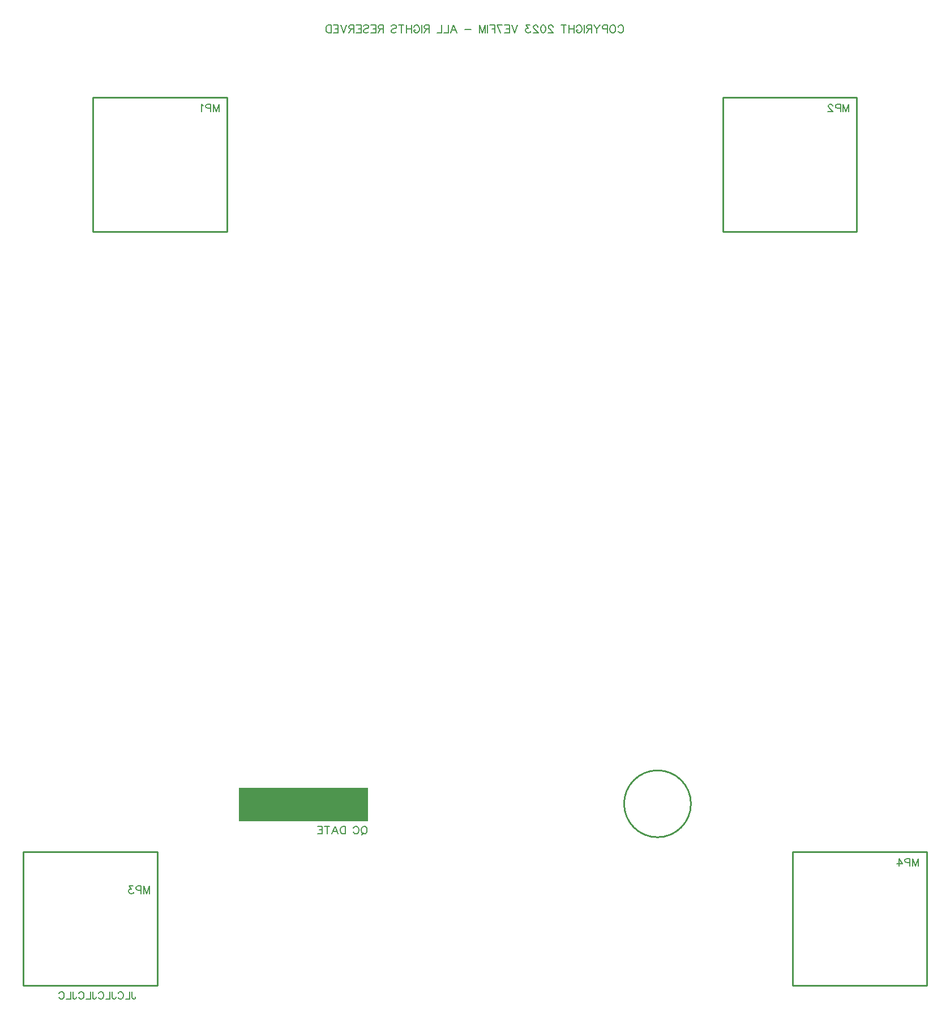
<source format=gbo>
G04 Layer: BottomSilkscreenLayer*
G04 EasyEDA v6.5.29, 2023-07-24 16:36:01*
G04 a67172d6d4c449c092c22cdc1d0531fc,5a6b42c53f6a479593ecc07194224c93,10*
G04 Gerber Generator version 0.2*
G04 Scale: 100 percent, Rotated: No, Reflected: No *
G04 Dimensions in millimeters *
G04 leading zeros omitted , absolute positions ,4 integer and 5 decimal *
%FSLAX45Y45*%
%MOMM*%

%ADD10C,0.1524*%
%ADD11C,0.2032*%
%ADD12C,0.1520*%
%ADD13C,0.2030*%
%ADD14C,0.2540*%
%ADD15C,0.0110*%

%LPD*%
D10*
X2532659Y-1491813D02*
G01*
X2543568Y-1497266D01*
X2554477Y-1508175D01*
X2559933Y-1519085D01*
X2565387Y-1535447D01*
X2565387Y-1562719D01*
X2559933Y-1579084D01*
X2554477Y-1589994D01*
X2543568Y-1600903D01*
X2532659Y-1606356D01*
X2510840Y-1606356D01*
X2499934Y-1600903D01*
X2489024Y-1589994D01*
X2483568Y-1579084D01*
X2478115Y-1562719D01*
X2478115Y-1535447D01*
X2483568Y-1519085D01*
X2489024Y-1508175D01*
X2499934Y-1497266D01*
X2510840Y-1491813D01*
X2532659Y-1491813D01*
X2516296Y-1584538D02*
G01*
X2483568Y-1617266D01*
X2360297Y-1519085D02*
G01*
X2365750Y-1508175D01*
X2376660Y-1497266D01*
X2387569Y-1491813D01*
X2409388Y-1491813D01*
X2420297Y-1497266D01*
X2431206Y-1508175D01*
X2436660Y-1519085D01*
X2442116Y-1535447D01*
X2442116Y-1562719D01*
X2436660Y-1579084D01*
X2431206Y-1589994D01*
X2420297Y-1600903D01*
X2409388Y-1606356D01*
X2387569Y-1606356D01*
X2376660Y-1600903D01*
X2365750Y-1589994D01*
X2360297Y-1579084D01*
X2240297Y-1491813D02*
G01*
X2240297Y-1606356D01*
X2240297Y-1491813D02*
G01*
X2202116Y-1491813D01*
X2185751Y-1497266D01*
X2174841Y-1508175D01*
X2169388Y-1519085D01*
X2163932Y-1535447D01*
X2163932Y-1562719D01*
X2169388Y-1579084D01*
X2174841Y-1589994D01*
X2185751Y-1600903D01*
X2202116Y-1606356D01*
X2240297Y-1606356D01*
X2084298Y-1491813D02*
G01*
X2127933Y-1606356D01*
X2084298Y-1491813D02*
G01*
X2040661Y-1606356D01*
X2111570Y-1568175D02*
G01*
X2057024Y-1568175D01*
X1966478Y-1491813D02*
G01*
X1966478Y-1606356D01*
X2004661Y-1491813D02*
G01*
X1928296Y-1491813D01*
X1892297Y-1491813D02*
G01*
X1892297Y-1606356D01*
X1892297Y-1491813D02*
G01*
X1821388Y-1491813D01*
X1892297Y-1546357D02*
G01*
X1848660Y-1546357D01*
X1892297Y-1606356D02*
G01*
X1821388Y-1606356D01*
D11*
X-688771Y-2385915D02*
G01*
X-688771Y-2500459D01*
X-688771Y-2385915D02*
G01*
X-732409Y-2500459D01*
X-776043Y-2385915D02*
G01*
X-732409Y-2500459D01*
X-776043Y-2385915D02*
G01*
X-776043Y-2500459D01*
X-812043Y-2385915D02*
G01*
X-812043Y-2500459D01*
X-812043Y-2385915D02*
G01*
X-861136Y-2385915D01*
X-877498Y-2391369D01*
X-882952Y-2396822D01*
X-888408Y-2407732D01*
X-888408Y-2424097D01*
X-882952Y-2435006D01*
X-877498Y-2440459D01*
X-861136Y-2445915D01*
X-812043Y-2445915D01*
X-935316Y-2385915D02*
G01*
X-995316Y-2385915D01*
X-962588Y-2429550D01*
X-978954Y-2429550D01*
X-989860Y-2435006D01*
X-995316Y-2440459D01*
X-1000770Y-2456822D01*
X-1000770Y-2467731D01*
X-995316Y-2484097D01*
X-984407Y-2495006D01*
X-968044Y-2500459D01*
X-951679Y-2500459D01*
X-935316Y-2495006D01*
X-929860Y-2489550D01*
X-924407Y-2478641D01*
X10807687Y-1974413D02*
G01*
X10807687Y-2088956D01*
X10807687Y-1974413D02*
G01*
X10764050Y-2088956D01*
X10720415Y-1974413D02*
G01*
X10764050Y-2088956D01*
X10720415Y-1974413D02*
G01*
X10720415Y-2088956D01*
X10684416Y-1974413D02*
G01*
X10684416Y-2088956D01*
X10684416Y-1974413D02*
G01*
X10635322Y-1974413D01*
X10618960Y-1979866D01*
X10613506Y-1985319D01*
X10608050Y-1996229D01*
X10608050Y-2012594D01*
X10613506Y-2023503D01*
X10618960Y-2028957D01*
X10635322Y-2034413D01*
X10684416Y-2034413D01*
X10517504Y-1974413D02*
G01*
X10572051Y-2050775D01*
X10490233Y-2050775D01*
X10517504Y-1974413D02*
G01*
X10517504Y-2088956D01*
X352386Y9302785D02*
G01*
X352386Y9188241D01*
X352386Y9302785D02*
G01*
X308749Y9188241D01*
X265115Y9302785D02*
G01*
X308749Y9188241D01*
X265115Y9302785D02*
G01*
X265115Y9188241D01*
X229115Y9302785D02*
G01*
X229115Y9188241D01*
X229115Y9302785D02*
G01*
X180022Y9302785D01*
X163659Y9297332D01*
X158206Y9291878D01*
X152750Y9280969D01*
X152750Y9264604D01*
X158206Y9253694D01*
X163659Y9248241D01*
X180022Y9242785D01*
X229115Y9242785D01*
X116751Y9280969D02*
G01*
X105841Y9286422D01*
X89479Y9302785D01*
X89479Y9188241D01*
X9769487Y9302785D02*
G01*
X9769487Y9188241D01*
X9769487Y9302785D02*
G01*
X9725850Y9188241D01*
X9682215Y9302785D02*
G01*
X9725850Y9188241D01*
X9682215Y9302785D02*
G01*
X9682215Y9188241D01*
X9646216Y9302785D02*
G01*
X9646216Y9188241D01*
X9646216Y9302785D02*
G01*
X9597123Y9302785D01*
X9580760Y9297332D01*
X9575307Y9291878D01*
X9569851Y9280969D01*
X9569851Y9264604D01*
X9575307Y9253694D01*
X9580760Y9248241D01*
X9597123Y9242785D01*
X9646216Y9242785D01*
X9528398Y9275513D02*
G01*
X9528398Y9280969D01*
X9522942Y9291878D01*
X9517489Y9297332D01*
X9506579Y9302785D01*
X9484761Y9302785D01*
X9473852Y9297332D01*
X9468398Y9291878D01*
X9462942Y9280969D01*
X9462942Y9270060D01*
X9468398Y9259150D01*
X9479305Y9242785D01*
X9533851Y9188241D01*
X9457489Y9188241D01*
D12*
X-948771Y-3966466D02*
G01*
X-948771Y-4049593D01*
X-943574Y-4065181D01*
X-938380Y-4070375D01*
X-927988Y-4075569D01*
X-917597Y-4075569D01*
X-907206Y-4070375D01*
X-902009Y-4065181D01*
X-896815Y-4049593D01*
X-896815Y-4039201D01*
X-983061Y-3966466D02*
G01*
X-983061Y-4075569D01*
X-983061Y-4075569D02*
G01*
X-1045405Y-4075569D01*
X-1157627Y-3992443D02*
G01*
X-1152431Y-3982051D01*
X-1142039Y-3971660D01*
X-1131651Y-3966466D01*
X-1110868Y-3966466D01*
X-1100477Y-3971660D01*
X-1090086Y-3982051D01*
X-1084889Y-3992443D01*
X-1079695Y-4008031D01*
X-1079695Y-4034007D01*
X-1084889Y-4049593D01*
X-1090086Y-4059984D01*
X-1100477Y-4070375D01*
X-1110868Y-4075569D01*
X-1131651Y-4075569D01*
X-1142039Y-4070375D01*
X-1152431Y-4059984D01*
X-1157627Y-4049593D01*
X-1243871Y-3966466D02*
G01*
X-1243871Y-4049593D01*
X-1238676Y-4065181D01*
X-1233479Y-4070375D01*
X-1223091Y-4075569D01*
X-1212700Y-4075569D01*
X-1202309Y-4070375D01*
X-1197112Y-4065181D01*
X-1191917Y-4049593D01*
X-1191917Y-4039201D01*
X-1278161Y-3966466D02*
G01*
X-1278161Y-4075569D01*
X-1278161Y-4075569D02*
G01*
X-1340507Y-4075569D01*
X-1452730Y-3992443D02*
G01*
X-1447533Y-3982051D01*
X-1437142Y-3971660D01*
X-1426751Y-3966466D01*
X-1405971Y-3966466D01*
X-1395580Y-3971660D01*
X-1385188Y-3982051D01*
X-1379992Y-3992443D01*
X-1374797Y-4008031D01*
X-1374797Y-4034007D01*
X-1379992Y-4049593D01*
X-1385188Y-4059984D01*
X-1395580Y-4070375D01*
X-1405971Y-4075569D01*
X-1426751Y-4075569D01*
X-1437142Y-4070375D01*
X-1447533Y-4059984D01*
X-1452730Y-4049593D01*
X-1538973Y-3966466D02*
G01*
X-1538973Y-4049593D01*
X-1533779Y-4065181D01*
X-1528582Y-4070375D01*
X-1518191Y-4075569D01*
X-1507799Y-4075569D01*
X-1497411Y-4070375D01*
X-1492214Y-4065181D01*
X-1487020Y-4049593D01*
X-1487020Y-4039201D01*
X-1573263Y-3966466D02*
G01*
X-1573263Y-4075569D01*
X-1573263Y-4075569D02*
G01*
X-1635610Y-4075569D01*
X-1747829Y-3992443D02*
G01*
X-1742635Y-3982051D01*
X-1732244Y-3971660D01*
X-1721853Y-3966466D01*
X-1701071Y-3966466D01*
X-1690679Y-3971660D01*
X-1680291Y-3982051D01*
X-1675094Y-3992443D01*
X-1669900Y-4008031D01*
X-1669900Y-4034007D01*
X-1675094Y-4049593D01*
X-1680291Y-4059984D01*
X-1690679Y-4070375D01*
X-1701071Y-4075569D01*
X-1721853Y-4075569D01*
X-1732244Y-4070375D01*
X-1742635Y-4059984D01*
X-1747829Y-4049593D01*
X-1834075Y-3966466D02*
G01*
X-1834075Y-4049593D01*
X-1828881Y-4065181D01*
X-1823684Y-4070375D01*
X-1813293Y-4075569D01*
X-1802902Y-4075569D01*
X-1792511Y-4070375D01*
X-1787316Y-4065181D01*
X-1782119Y-4049593D01*
X-1782119Y-4039201D01*
X-1868365Y-3966466D02*
G01*
X-1868365Y-4075569D01*
X-1868365Y-4075569D02*
G01*
X-1930709Y-4075569D01*
X-2042932Y-3992443D02*
G01*
X-2037737Y-3982051D01*
X-2027346Y-3971660D01*
X-2016955Y-3966466D01*
X-1996173Y-3966466D01*
X-1985782Y-3971660D01*
X-1975391Y-3982051D01*
X-1970196Y-3992443D01*
X-1964999Y-4008031D01*
X-1964999Y-4034007D01*
X-1970196Y-4049593D01*
X-1975391Y-4059984D01*
X-1985782Y-4070375D01*
X-1996173Y-4075569D01*
X-2016955Y-4075569D01*
X-2027346Y-4070375D01*
X-2037737Y-4059984D01*
X-2042932Y-4049593D01*
D13*
X6318999Y10456923D02*
G01*
X6324333Y10467845D01*
X6335255Y10478767D01*
X6346177Y10484355D01*
X6368021Y10484355D01*
X6378943Y10478767D01*
X6389865Y10467845D01*
X6395453Y10456923D01*
X6400787Y10440667D01*
X6400787Y10413489D01*
X6395453Y10396979D01*
X6389865Y10386057D01*
X6378943Y10375135D01*
X6368021Y10369801D01*
X6346177Y10369801D01*
X6335255Y10375135D01*
X6324333Y10386057D01*
X6318999Y10396979D01*
X6250165Y10484355D02*
G01*
X6261087Y10478767D01*
X6272009Y10467845D01*
X6277597Y10456923D01*
X6282931Y10440667D01*
X6282931Y10413489D01*
X6277597Y10396979D01*
X6272009Y10386057D01*
X6261087Y10375135D01*
X6250165Y10369801D01*
X6228321Y10369801D01*
X6217399Y10375135D01*
X6206731Y10386057D01*
X6201143Y10396979D01*
X6195809Y10413489D01*
X6195809Y10440667D01*
X6201143Y10456923D01*
X6206731Y10467845D01*
X6217399Y10478767D01*
X6228321Y10484355D01*
X6250165Y10484355D01*
X6159741Y10484355D02*
G01*
X6159741Y10369801D01*
X6159741Y10484355D02*
G01*
X6110719Y10484355D01*
X6094209Y10478767D01*
X6088875Y10473433D01*
X6083287Y10462511D01*
X6083287Y10446001D01*
X6088875Y10435079D01*
X6094209Y10429745D01*
X6110719Y10424411D01*
X6159741Y10424411D01*
X6047219Y10484355D02*
G01*
X6003785Y10429745D01*
X6003785Y10369801D01*
X5960097Y10484355D02*
G01*
X6003785Y10429745D01*
X5924029Y10484355D02*
G01*
X5924029Y10369801D01*
X5924029Y10484355D02*
G01*
X5875007Y10484355D01*
X5858497Y10478767D01*
X5853163Y10473433D01*
X5847575Y10462511D01*
X5847575Y10451589D01*
X5853163Y10440667D01*
X5858497Y10435079D01*
X5875007Y10429745D01*
X5924029Y10429745D01*
X5885929Y10429745D02*
G01*
X5847575Y10369801D01*
X5811761Y10484355D02*
G01*
X5811761Y10369801D01*
X5693905Y10456923D02*
G01*
X5699239Y10467845D01*
X5710161Y10478767D01*
X5721083Y10484355D01*
X5742927Y10484355D01*
X5753849Y10478767D01*
X5764771Y10467845D01*
X5770359Y10456923D01*
X5775693Y10440667D01*
X5775693Y10413489D01*
X5770359Y10396979D01*
X5764771Y10386057D01*
X5753849Y10375135D01*
X5742927Y10369801D01*
X5721083Y10369801D01*
X5710161Y10375135D01*
X5699239Y10386057D01*
X5693905Y10396979D01*
X5693905Y10413489D01*
X5721083Y10413489D02*
G01*
X5693905Y10413489D01*
X5657837Y10484355D02*
G01*
X5657837Y10369801D01*
X5581637Y10484355D02*
G01*
X5581637Y10369801D01*
X5657837Y10429745D02*
G01*
X5581637Y10429745D01*
X5507215Y10484355D02*
G01*
X5507215Y10369801D01*
X5545569Y10484355D02*
G01*
X5469115Y10484355D01*
X5343639Y10456923D02*
G01*
X5343639Y10462511D01*
X5338305Y10473433D01*
X5332717Y10478767D01*
X5321795Y10484355D01*
X5299951Y10484355D01*
X5289029Y10478767D01*
X5283695Y10473433D01*
X5278361Y10462511D01*
X5278361Y10451589D01*
X5283695Y10440667D01*
X5294617Y10424411D01*
X5349227Y10369801D01*
X5272773Y10369801D01*
X5203939Y10484355D02*
G01*
X5220449Y10478767D01*
X5231371Y10462511D01*
X5236705Y10435079D01*
X5236705Y10418823D01*
X5231371Y10391645D01*
X5220449Y10375135D01*
X5203939Y10369801D01*
X5193271Y10369801D01*
X5176761Y10375135D01*
X5165839Y10391645D01*
X5160505Y10418823D01*
X5160505Y10435079D01*
X5165839Y10462511D01*
X5176761Y10478767D01*
X5193271Y10484355D01*
X5203939Y10484355D01*
X5118849Y10456923D02*
G01*
X5118849Y10462511D01*
X5113515Y10473433D01*
X5108181Y10478767D01*
X5097259Y10484355D01*
X5075415Y10484355D01*
X5064493Y10478767D01*
X5058905Y10473433D01*
X5053571Y10462511D01*
X5053571Y10451589D01*
X5058905Y10440667D01*
X5069827Y10424411D01*
X5124437Y10369801D01*
X5047983Y10369801D01*
X5001247Y10484355D02*
G01*
X4941049Y10484355D01*
X4973815Y10440667D01*
X4957559Y10440667D01*
X4946637Y10435079D01*
X4941049Y10429745D01*
X4935715Y10413489D01*
X4935715Y10402567D01*
X4941049Y10386057D01*
X4951971Y10375135D01*
X4968481Y10369801D01*
X4984737Y10369801D01*
X5001247Y10375135D01*
X5006581Y10380723D01*
X5012169Y10391645D01*
X4815573Y10484355D02*
G01*
X4772139Y10369801D01*
X4728451Y10484355D02*
G01*
X4772139Y10369801D01*
X4692383Y10484355D02*
G01*
X4692383Y10369801D01*
X4692383Y10484355D02*
G01*
X4621517Y10484355D01*
X4692383Y10429745D02*
G01*
X4648695Y10429745D01*
X4692383Y10369801D02*
G01*
X4621517Y10369801D01*
X4509249Y10484355D02*
G01*
X4563605Y10369801D01*
X4585449Y10484355D02*
G01*
X4509249Y10484355D01*
X4473181Y10484355D02*
G01*
X4473181Y10369801D01*
X4473181Y10484355D02*
G01*
X4402315Y10484355D01*
X4473181Y10429745D02*
G01*
X4429493Y10429745D01*
X4366247Y10484355D02*
G01*
X4366247Y10369801D01*
X4330179Y10484355D02*
G01*
X4330179Y10369801D01*
X4330179Y10484355D02*
G01*
X4286491Y10369801D01*
X4243057Y10484355D02*
G01*
X4286491Y10369801D01*
X4243057Y10484355D02*
G01*
X4243057Y10369801D01*
X4122915Y10418823D02*
G01*
X4024871Y10418823D01*
X3861041Y10484355D02*
G01*
X3904729Y10369801D01*
X3861041Y10484355D02*
G01*
X3817607Y10369801D01*
X3888473Y10407901D02*
G01*
X3833863Y10407901D01*
X3781539Y10484355D02*
G01*
X3781539Y10369801D01*
X3781539Y10369801D02*
G01*
X3716007Y10369801D01*
X3679939Y10484355D02*
G01*
X3679939Y10369801D01*
X3679939Y10369801D02*
G01*
X3614661Y10369801D01*
X3494519Y10484355D02*
G01*
X3494519Y10369801D01*
X3494519Y10484355D02*
G01*
X3445497Y10484355D01*
X3429241Y10478767D01*
X3423653Y10473433D01*
X3418319Y10462511D01*
X3418319Y10451589D01*
X3423653Y10440667D01*
X3429241Y10435079D01*
X3445497Y10429745D01*
X3494519Y10429745D01*
X3456419Y10429745D02*
G01*
X3418319Y10369801D01*
X3382251Y10484355D02*
G01*
X3382251Y10369801D01*
X3264395Y10456923D02*
G01*
X3269983Y10467845D01*
X3280905Y10478767D01*
X3291827Y10484355D01*
X3313417Y10484355D01*
X3324339Y10478767D01*
X3335261Y10467845D01*
X3340849Y10456923D01*
X3346183Y10440667D01*
X3346183Y10413489D01*
X3340849Y10396979D01*
X3335261Y10386057D01*
X3324339Y10375135D01*
X3313417Y10369801D01*
X3291827Y10369801D01*
X3280905Y10375135D01*
X3269983Y10386057D01*
X3264395Y10396979D01*
X3264395Y10413489D01*
X3291827Y10413489D02*
G01*
X3264395Y10413489D01*
X3228327Y10484355D02*
G01*
X3228327Y10369801D01*
X3152127Y10484355D02*
G01*
X3152127Y10369801D01*
X3228327Y10429745D02*
G01*
X3152127Y10429745D01*
X3077959Y10484355D02*
G01*
X3077959Y10369801D01*
X3116059Y10484355D02*
G01*
X3039605Y10484355D01*
X2927337Y10467845D02*
G01*
X2938259Y10478767D01*
X2954515Y10484355D01*
X2976359Y10484355D01*
X2992869Y10478767D01*
X3003791Y10467845D01*
X3003791Y10456923D01*
X2998203Y10446001D01*
X2992869Y10440667D01*
X2981947Y10435079D01*
X2949181Y10424411D01*
X2938259Y10418823D01*
X2932671Y10413489D01*
X2927337Y10402567D01*
X2927337Y10386057D01*
X2938259Y10375135D01*
X2954515Y10369801D01*
X2976359Y10369801D01*
X2992869Y10375135D01*
X3003791Y10386057D01*
X2807449Y10484355D02*
G01*
X2807449Y10369801D01*
X2807449Y10484355D02*
G01*
X2758173Y10484355D01*
X2741917Y10478767D01*
X2736329Y10473433D01*
X2730995Y10462511D01*
X2730995Y10451589D01*
X2736329Y10440667D01*
X2741917Y10435079D01*
X2758173Y10429745D01*
X2807449Y10429745D01*
X2769095Y10429745D02*
G01*
X2730995Y10369801D01*
X2694927Y10484355D02*
G01*
X2694927Y10369801D01*
X2694927Y10484355D02*
G01*
X2624061Y10484355D01*
X2694927Y10429745D02*
G01*
X2651239Y10429745D01*
X2694927Y10369801D02*
G01*
X2624061Y10369801D01*
X2511793Y10467845D02*
G01*
X2522715Y10478767D01*
X2538971Y10484355D01*
X2560815Y10484355D01*
X2577071Y10478767D01*
X2587993Y10467845D01*
X2587993Y10456923D01*
X2582659Y10446001D01*
X2577071Y10440667D01*
X2566149Y10435079D01*
X2533637Y10424411D01*
X2522715Y10418823D01*
X2517127Y10413489D01*
X2511793Y10402567D01*
X2511793Y10386057D01*
X2522715Y10375135D01*
X2538971Y10369801D01*
X2560815Y10369801D01*
X2577071Y10375135D01*
X2587993Y10386057D01*
X2475725Y10484355D02*
G01*
X2475725Y10369801D01*
X2475725Y10484355D02*
G01*
X2404859Y10484355D01*
X2475725Y10429745D02*
G01*
X2432037Y10429745D01*
X2475725Y10369801D02*
G01*
X2404859Y10369801D01*
X2368791Y10484355D02*
G01*
X2368791Y10369801D01*
X2368791Y10484355D02*
G01*
X2319769Y10484355D01*
X2303259Y10478767D01*
X2297925Y10473433D01*
X2292337Y10462511D01*
X2292337Y10451589D01*
X2297925Y10440667D01*
X2303259Y10435079D01*
X2319769Y10429745D01*
X2368791Y10429745D01*
X2330691Y10429745D02*
G01*
X2292337Y10369801D01*
X2256523Y10484355D02*
G01*
X2212835Y10369801D01*
X2169147Y10484355D02*
G01*
X2212835Y10369801D01*
X2133079Y10484355D02*
G01*
X2133079Y10369801D01*
X2133079Y10484355D02*
G01*
X2062213Y10484355D01*
X2133079Y10429745D02*
G01*
X2089645Y10429745D01*
X2133079Y10369801D02*
G01*
X2062213Y10369801D01*
X2026145Y10484355D02*
G01*
X2026145Y10369801D01*
X2026145Y10484355D02*
G01*
X1988045Y10484355D01*
X1971789Y10478767D01*
X1960867Y10467845D01*
X1955279Y10456923D01*
X1949945Y10440667D01*
X1949945Y10413489D01*
X1955279Y10396979D01*
X1960867Y10386057D01*
X1971789Y10375135D01*
X1988045Y10369801D01*
X2026145Y10369801D01*
D14*
G75*
G01
X7408786Y-1155703D02*
G03X7408786Y-1155703I-499999J0D01*
G36*
X644512Y-918415D02*
G01*
X2581262Y-918415D01*
X2581262Y-1418414D01*
X644512Y-1418414D01*
G37*
X8932989Y-1871906D02*
G01*
X10932985Y-1871906D01*
X10932985Y-3871902D01*
X8932989Y-3871902D01*
X8932989Y-1871906D01*
X-2573210Y-1871906D02*
G01*
X-573214Y-1871906D01*
X-573214Y-3871902D01*
X-2573210Y-3871902D01*
X-2573210Y-1871906D01*
X-1533207Y9401147D02*
G01*
X466788Y9401147D01*
X466788Y7401151D01*
X-1533207Y7401151D01*
X-1533207Y9401147D01*
X7883893Y9401147D02*
G01*
X9883889Y9401147D01*
X9883889Y7401151D01*
X7883893Y7401151D01*
X7883893Y9401147D01*
M02*

</source>
